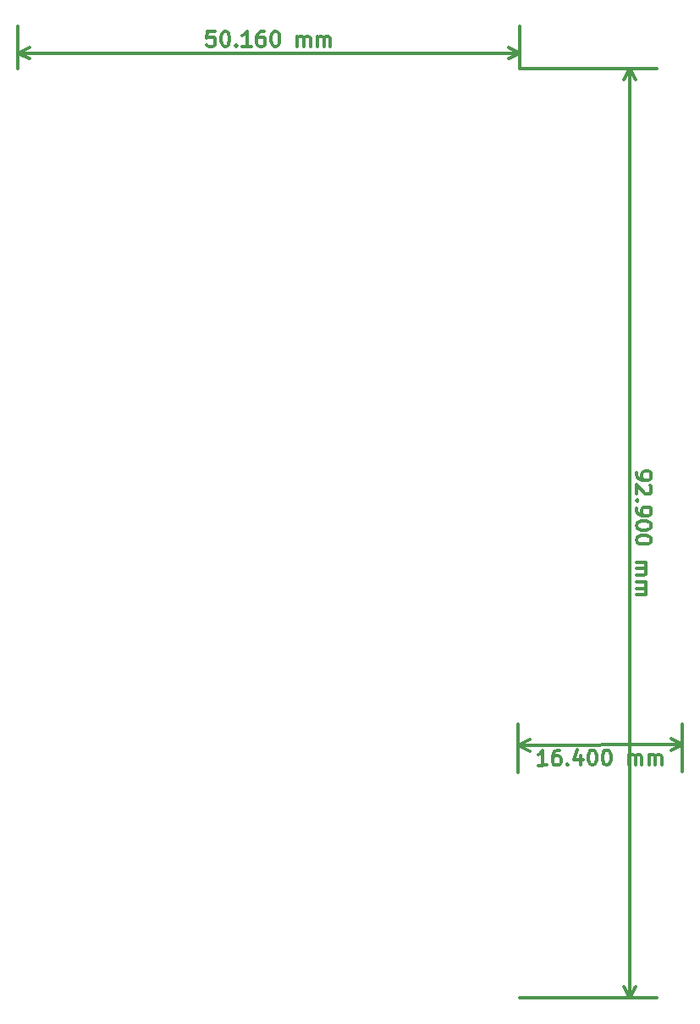
<source format=gbr>
G04 #@! TF.GenerationSoftware,KiCad,Pcbnew,no-vcs-found-895c0bb~58~ubuntu16.04.1*
G04 #@! TF.CreationDate,2017-07-19T10:40:22-04:00*
G04 #@! TF.ProjectId,Noeud,4E6F6575642E6B696361645F70636200,rev?*
G04 #@! TF.SameCoordinates,Original
G04 #@! TF.FileFunction,Other,User*
%FSLAX46Y46*%
G04 Gerber Fmt 4.6, Leading zero omitted, Abs format (unit mm)*
G04 Created by KiCad (PCBNEW no-vcs-found-895c0bb~58~ubuntu16.04.1) date Wed Jul 19 10:40:22 2017*
%MOMM*%
%LPD*%
G01*
G04 APERTURE LIST*
%ADD10C,0.300000*%
G04 APERTURE END LIST*
D10*
X179125351Y-122321428D02*
X178268212Y-122324042D01*
X178696782Y-122322735D02*
X178692209Y-120822742D01*
X178550006Y-121037462D01*
X178407585Y-121180754D01*
X178264946Y-121252618D01*
X180406487Y-120817516D02*
X180120774Y-120818387D01*
X179978135Y-120890250D01*
X179906924Y-120961896D01*
X179764721Y-121176617D01*
X179694164Y-121462547D01*
X179695906Y-122033973D01*
X179767770Y-122176612D01*
X179839416Y-122247823D01*
X179982490Y-122318815D01*
X180268203Y-122317944D01*
X180410842Y-122246080D01*
X180482052Y-122174434D01*
X180553045Y-122031360D01*
X180551956Y-121674219D01*
X180480092Y-121531580D01*
X180408446Y-121460370D01*
X180265372Y-121389377D01*
X179979659Y-121390248D01*
X179837021Y-121462112D01*
X179765810Y-121533758D01*
X179694817Y-121676832D01*
X181196335Y-122172257D02*
X181267981Y-122243467D01*
X181196770Y-122315113D01*
X181125124Y-122243903D01*
X181196335Y-122172257D01*
X181196770Y-122315113D01*
X182550858Y-121310980D02*
X182553907Y-122310976D01*
X182191975Y-120740643D02*
X181838100Y-121813156D01*
X182766667Y-121810325D01*
X183620757Y-120807716D02*
X183763614Y-120807280D01*
X183906688Y-120878273D01*
X183978334Y-120949484D01*
X184050198Y-121092122D01*
X184122497Y-121377618D01*
X184123586Y-121734759D01*
X184053029Y-122020689D01*
X183982036Y-122163764D01*
X183910826Y-122235410D01*
X183768187Y-122307273D01*
X183625330Y-122307709D01*
X183482256Y-122236716D01*
X183410610Y-122165506D01*
X183338746Y-122022867D01*
X183266447Y-121737372D01*
X183265358Y-121380231D01*
X183335915Y-121094300D01*
X183406908Y-120951226D01*
X183478119Y-120879580D01*
X183620757Y-120807716D01*
X185049322Y-120803361D02*
X185192179Y-120802925D01*
X185335253Y-120873918D01*
X185406899Y-120945128D01*
X185478763Y-121087767D01*
X185551062Y-121373262D01*
X185552151Y-121730403D01*
X185481594Y-122016334D01*
X185410601Y-122159408D01*
X185339390Y-122231054D01*
X185196752Y-122302918D01*
X185053895Y-122303354D01*
X184910821Y-122232361D01*
X184839175Y-122161150D01*
X184767311Y-122018512D01*
X184695012Y-121733017D01*
X184693923Y-121375875D01*
X184764480Y-121089945D01*
X184835473Y-120946870D01*
X184906683Y-120875224D01*
X185049322Y-120803361D01*
X187339599Y-122296385D02*
X187336550Y-121296390D01*
X187336986Y-121439246D02*
X187408196Y-121367600D01*
X187550835Y-121295736D01*
X187765120Y-121295083D01*
X187908194Y-121366076D01*
X187980058Y-121508714D01*
X187982453Y-122294425D01*
X187980058Y-121508714D02*
X188051050Y-121365640D01*
X188193689Y-121293776D01*
X188407974Y-121293123D01*
X188551048Y-121364116D01*
X188622912Y-121506755D01*
X188625307Y-122292465D01*
X189339590Y-122290287D02*
X189336541Y-121290292D01*
X189336976Y-121433149D02*
X189408187Y-121361503D01*
X189550826Y-121289639D01*
X189765110Y-121288986D01*
X189908185Y-121359978D01*
X189980048Y-121502617D01*
X189982444Y-122288328D01*
X189980048Y-121502617D02*
X190051041Y-121359543D01*
X190193680Y-121287679D01*
X190407964Y-121287026D01*
X190551039Y-121358018D01*
X190622902Y-121500657D01*
X190625298Y-122286368D01*
X176276285Y-120301535D02*
X192676285Y-120251535D01*
X176270000Y-118240000D02*
X176284517Y-123001522D01*
X192670000Y-118190000D02*
X192684517Y-122951522D01*
X192676285Y-120251535D02*
X191551574Y-120841387D01*
X192676285Y-120251535D02*
X191547999Y-119668551D01*
X176276285Y-120301535D02*
X177404571Y-120884519D01*
X176276285Y-120301535D02*
X177400996Y-119711683D01*
X188071428Y-93078571D02*
X188071428Y-93364285D01*
X188142857Y-93507142D01*
X188214285Y-93578571D01*
X188428571Y-93721428D01*
X188714285Y-93792857D01*
X189285714Y-93792857D01*
X189428571Y-93721428D01*
X189500000Y-93650000D01*
X189571428Y-93507142D01*
X189571428Y-93221428D01*
X189500000Y-93078571D01*
X189428571Y-93007142D01*
X189285714Y-92935714D01*
X188928571Y-92935714D01*
X188785714Y-93007142D01*
X188714285Y-93078571D01*
X188642857Y-93221428D01*
X188642857Y-93507142D01*
X188714285Y-93650000D01*
X188785714Y-93721428D01*
X188928571Y-93792857D01*
X189428571Y-94364285D02*
X189500000Y-94435714D01*
X189571428Y-94578571D01*
X189571428Y-94935714D01*
X189500000Y-95078571D01*
X189428571Y-95150000D01*
X189285714Y-95221428D01*
X189142857Y-95221428D01*
X188928571Y-95150000D01*
X188071428Y-94292857D01*
X188071428Y-95221428D01*
X188214285Y-95864285D02*
X188142857Y-95935714D01*
X188071428Y-95864285D01*
X188142857Y-95792857D01*
X188214285Y-95864285D01*
X188071428Y-95864285D01*
X188071428Y-96650000D02*
X188071428Y-96935714D01*
X188142857Y-97078571D01*
X188214285Y-97150000D01*
X188428571Y-97292857D01*
X188714285Y-97364285D01*
X189285714Y-97364285D01*
X189428571Y-97292857D01*
X189500000Y-97221428D01*
X189571428Y-97078571D01*
X189571428Y-96792857D01*
X189500000Y-96650000D01*
X189428571Y-96578571D01*
X189285714Y-96507142D01*
X188928571Y-96507142D01*
X188785714Y-96578571D01*
X188714285Y-96650000D01*
X188642857Y-96792857D01*
X188642857Y-97078571D01*
X188714285Y-97221428D01*
X188785714Y-97292857D01*
X188928571Y-97364285D01*
X189571428Y-98292857D02*
X189571428Y-98435714D01*
X189500000Y-98578571D01*
X189428571Y-98650000D01*
X189285714Y-98721428D01*
X189000000Y-98792857D01*
X188642857Y-98792857D01*
X188357142Y-98721428D01*
X188214285Y-98650000D01*
X188142857Y-98578571D01*
X188071428Y-98435714D01*
X188071428Y-98292857D01*
X188142857Y-98150000D01*
X188214285Y-98078571D01*
X188357142Y-98007142D01*
X188642857Y-97935714D01*
X189000000Y-97935714D01*
X189285714Y-98007142D01*
X189428571Y-98078571D01*
X189500000Y-98150000D01*
X189571428Y-98292857D01*
X189571428Y-99721428D02*
X189571428Y-99864285D01*
X189500000Y-100007142D01*
X189428571Y-100078571D01*
X189285714Y-100150000D01*
X189000000Y-100221428D01*
X188642857Y-100221428D01*
X188357142Y-100150000D01*
X188214285Y-100078571D01*
X188142857Y-100007142D01*
X188071428Y-99864285D01*
X188071428Y-99721428D01*
X188142857Y-99578571D01*
X188214285Y-99507142D01*
X188357142Y-99435714D01*
X188642857Y-99364285D01*
X189000000Y-99364285D01*
X189285714Y-99435714D01*
X189428571Y-99507142D01*
X189500000Y-99578571D01*
X189571428Y-99721428D01*
X188071428Y-102007142D02*
X189071428Y-102007142D01*
X188928571Y-102007142D02*
X189000000Y-102078571D01*
X189071428Y-102221428D01*
X189071428Y-102435714D01*
X189000000Y-102578571D01*
X188857142Y-102650000D01*
X188071428Y-102650000D01*
X188857142Y-102650000D02*
X189000000Y-102721428D01*
X189071428Y-102864285D01*
X189071428Y-103078571D01*
X189000000Y-103221428D01*
X188857142Y-103292857D01*
X188071428Y-103292857D01*
X188071428Y-104007142D02*
X189071428Y-104007142D01*
X188928571Y-104007142D02*
X189000000Y-104078571D01*
X189071428Y-104221428D01*
X189071428Y-104435714D01*
X189000000Y-104578571D01*
X188857142Y-104650000D01*
X188071428Y-104650000D01*
X188857142Y-104650000D02*
X189000000Y-104721428D01*
X189071428Y-104864285D01*
X189071428Y-105078571D01*
X189000000Y-105221428D01*
X188857142Y-105292857D01*
X188071428Y-105292857D01*
X187400000Y-52700000D02*
X187400000Y-145600000D01*
X176410000Y-52700000D02*
X190100000Y-52700000D01*
X176410000Y-145600000D02*
X190100000Y-145600000D01*
X187400000Y-145600000D02*
X186813579Y-144473496D01*
X187400000Y-145600000D02*
X187986421Y-144473496D01*
X187400000Y-52700000D02*
X186813579Y-53826504D01*
X187400000Y-52700000D02*
X187986421Y-53826504D01*
X145901428Y-48948571D02*
X145187142Y-48948571D01*
X145115714Y-49662857D01*
X145187142Y-49591428D01*
X145330000Y-49520000D01*
X145687142Y-49520000D01*
X145830000Y-49591428D01*
X145901428Y-49662857D01*
X145972857Y-49805714D01*
X145972857Y-50162857D01*
X145901428Y-50305714D01*
X145830000Y-50377142D01*
X145687142Y-50448571D01*
X145330000Y-50448571D01*
X145187142Y-50377142D01*
X145115714Y-50305714D01*
X146901428Y-48948571D02*
X147044285Y-48948571D01*
X147187142Y-49020000D01*
X147258571Y-49091428D01*
X147330000Y-49234285D01*
X147401428Y-49520000D01*
X147401428Y-49877142D01*
X147330000Y-50162857D01*
X147258571Y-50305714D01*
X147187142Y-50377142D01*
X147044285Y-50448571D01*
X146901428Y-50448571D01*
X146758571Y-50377142D01*
X146687142Y-50305714D01*
X146615714Y-50162857D01*
X146544285Y-49877142D01*
X146544285Y-49520000D01*
X146615714Y-49234285D01*
X146687142Y-49091428D01*
X146758571Y-49020000D01*
X146901428Y-48948571D01*
X148044285Y-50305714D02*
X148115714Y-50377142D01*
X148044285Y-50448571D01*
X147972857Y-50377142D01*
X148044285Y-50305714D01*
X148044285Y-50448571D01*
X149544285Y-50448571D02*
X148687142Y-50448571D01*
X149115714Y-50448571D02*
X149115714Y-48948571D01*
X148972857Y-49162857D01*
X148830000Y-49305714D01*
X148687142Y-49377142D01*
X150830000Y-48948571D02*
X150544285Y-48948571D01*
X150401428Y-49020000D01*
X150330000Y-49091428D01*
X150187142Y-49305714D01*
X150115714Y-49591428D01*
X150115714Y-50162857D01*
X150187142Y-50305714D01*
X150258571Y-50377142D01*
X150401428Y-50448571D01*
X150687142Y-50448571D01*
X150830000Y-50377142D01*
X150901428Y-50305714D01*
X150972857Y-50162857D01*
X150972857Y-49805714D01*
X150901428Y-49662857D01*
X150830000Y-49591428D01*
X150687142Y-49520000D01*
X150401428Y-49520000D01*
X150258571Y-49591428D01*
X150187142Y-49662857D01*
X150115714Y-49805714D01*
X151901428Y-48948571D02*
X152044285Y-48948571D01*
X152187142Y-49020000D01*
X152258571Y-49091428D01*
X152330000Y-49234285D01*
X152401428Y-49520000D01*
X152401428Y-49877142D01*
X152330000Y-50162857D01*
X152258571Y-50305714D01*
X152187142Y-50377142D01*
X152044285Y-50448571D01*
X151901428Y-50448571D01*
X151758571Y-50377142D01*
X151687142Y-50305714D01*
X151615714Y-50162857D01*
X151544285Y-49877142D01*
X151544285Y-49520000D01*
X151615714Y-49234285D01*
X151687142Y-49091428D01*
X151758571Y-49020000D01*
X151901428Y-48948571D01*
X154187142Y-50448571D02*
X154187142Y-49448571D01*
X154187142Y-49591428D02*
X154258571Y-49520000D01*
X154401428Y-49448571D01*
X154615714Y-49448571D01*
X154758571Y-49520000D01*
X154830000Y-49662857D01*
X154830000Y-50448571D01*
X154830000Y-49662857D02*
X154901428Y-49520000D01*
X155044285Y-49448571D01*
X155258571Y-49448571D01*
X155401428Y-49520000D01*
X155472857Y-49662857D01*
X155472857Y-50448571D01*
X156187142Y-50448571D02*
X156187142Y-49448571D01*
X156187142Y-49591428D02*
X156258571Y-49520000D01*
X156401428Y-49448571D01*
X156615714Y-49448571D01*
X156758571Y-49520000D01*
X156830000Y-49662857D01*
X156830000Y-50448571D01*
X156830000Y-49662857D02*
X156901428Y-49520000D01*
X157044285Y-49448571D01*
X157258571Y-49448571D01*
X157401428Y-49520000D01*
X157472857Y-49662857D01*
X157472857Y-50448571D01*
X126250000Y-51120000D02*
X176410000Y-51120000D01*
X126250000Y-52700000D02*
X126250000Y-48420000D01*
X176410000Y-52700000D02*
X176410000Y-48420000D01*
X176410000Y-51120000D02*
X175283496Y-51706421D01*
X176410000Y-51120000D02*
X175283496Y-50533579D01*
X126250000Y-51120000D02*
X127376504Y-51706421D01*
X126250000Y-51120000D02*
X127376504Y-50533579D01*
M02*

</source>
